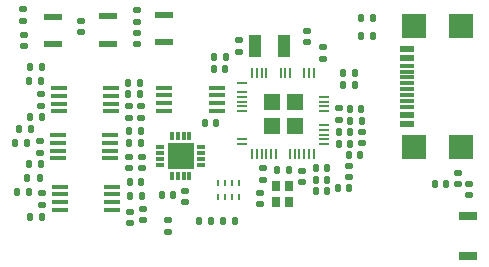
<source format=gtp>
%TF.GenerationSoftware,KiCad,Pcbnew,9.0.3*%
%TF.CreationDate,2026-02-10T01:55:30-05:00*%
%TF.ProjectId,WSG_2.0,5753475f-322e-4302-9e6b-696361645f70,rev?*%
%TF.SameCoordinates,Original*%
%TF.FileFunction,Paste,Top*%
%TF.FilePolarity,Positive*%
%FSLAX46Y46*%
G04 Gerber Fmt 4.6, Leading zero omitted, Abs format (unit mm)*
G04 Created by KiCad (PCBNEW 9.0.3) date 2026-02-10 01:55:30*
%MOMM*%
%LPD*%
G01*
G04 APERTURE LIST*
G04 Aperture macros list*
%AMRoundRect*
0 Rectangle with rounded corners*
0 $1 Rounding radius*
0 $2 $3 $4 $5 $6 $7 $8 $9 X,Y pos of 4 corners*
0 Add a 4 corners polygon primitive as box body*
4,1,4,$2,$3,$4,$5,$6,$7,$8,$9,$2,$3,0*
0 Add four circle primitives for the rounded corners*
1,1,$1+$1,$2,$3*
1,1,$1+$1,$4,$5*
1,1,$1+$1,$6,$7*
1,1,$1+$1,$8,$9*
0 Add four rect primitives between the rounded corners*
20,1,$1+$1,$2,$3,$4,$5,0*
20,1,$1+$1,$4,$5,$6,$7,0*
20,1,$1+$1,$6,$7,$8,$9,0*
20,1,$1+$1,$8,$9,$2,$3,0*%
G04 Aperture macros list end*
%ADD10C,0.010000*%
%ADD11RoundRect,0.140000X0.170000X-0.140000X0.170000X0.140000X-0.170000X0.140000X-0.170000X-0.140000X0*%
%ADD12RoundRect,0.140000X0.140000X0.170000X-0.140000X0.170000X-0.140000X-0.170000X0.140000X-0.170000X0*%
%ADD13RoundRect,0.135000X0.135000X0.185000X-0.135000X0.185000X-0.135000X-0.185000X0.135000X-0.185000X0*%
%ADD14R,2.006600X2.159000*%
%ADD15R,1.143000X0.609600*%
%ADD16R,1.143000X0.304800*%
%ADD17RoundRect,0.135000X0.185000X-0.135000X0.185000X0.135000X-0.185000X0.135000X-0.185000X-0.135000X0*%
%ADD18RoundRect,0.140000X-0.140000X-0.170000X0.140000X-0.170000X0.140000X0.170000X-0.140000X0.170000X0*%
%ADD19RoundRect,0.147500X0.172500X-0.147500X0.172500X0.147500X-0.172500X0.147500X-0.172500X-0.147500X0*%
%ADD20R,1.600000X0.800000*%
%ADD21R,1.100000X1.900000*%
%ADD22RoundRect,0.135000X-0.135000X-0.185000X0.135000X-0.185000X0.135000X0.185000X-0.135000X0.185000X0*%
%ADD23RoundRect,0.140000X-0.170000X0.140000X-0.170000X-0.140000X0.170000X-0.140000X0.170000X0.140000X0*%
%ADD24R,1.650000X0.500000*%
%ADD25RoundRect,0.027500X0.377500X0.082500X-0.377500X0.082500X-0.377500X-0.082500X0.377500X-0.082500X0*%
%ADD26RoundRect,0.027500X0.082500X0.377500X-0.082500X0.377500X-0.082500X-0.377500X0.082500X-0.377500X0*%
%ADD27R,0.260000X0.530000*%
%ADD28RoundRect,0.135000X-0.185000X0.135000X-0.185000X-0.135000X0.185000X-0.135000X0.185000X0.135000X0*%
%ADD29R,0.750000X0.850000*%
%ADD30R,1.450000X0.450000*%
%ADD31RoundRect,0.147500X0.147500X0.172500X-0.147500X0.172500X-0.147500X-0.172500X0.147500X-0.172500X0*%
%ADD32RoundRect,0.147500X-0.172500X0.147500X-0.172500X-0.147500X0.172500X-0.147500X0.172500X0.147500X0*%
%ADD33R,1.400000X0.450000*%
%ADD34R,0.300000X0.800000*%
%ADD35R,0.800000X0.300000*%
%ADD36R,2.240000X2.240000*%
G04 APERTURE END LIST*
D10*
%TO.C,IC10*%
X128590000Y-88680000D02*
X127330000Y-88680000D01*
X127330000Y-87420000D01*
X128590000Y-87420000D01*
X128590000Y-88680000D01*
G36*
X128590000Y-88680000D02*
G01*
X127330000Y-88680000D01*
X127330000Y-87420000D01*
X128590000Y-87420000D01*
X128590000Y-88680000D01*
G37*
X128590000Y-90680000D02*
X127330000Y-90680000D01*
X127330000Y-89420000D01*
X128590000Y-89420000D01*
X128590000Y-90680000D01*
G36*
X128590000Y-90680000D02*
G01*
X127330000Y-90680000D01*
X127330000Y-89420000D01*
X128590000Y-89420000D01*
X128590000Y-90680000D01*
G37*
X130590000Y-88680000D02*
X129330000Y-88680000D01*
X129330000Y-87420000D01*
X130590000Y-87420000D01*
X130590000Y-88680000D01*
G36*
X130590000Y-88680000D02*
G01*
X129330000Y-88680000D01*
X129330000Y-87420000D01*
X130590000Y-87420000D01*
X130590000Y-88680000D01*
G37*
X130590000Y-90680000D02*
X129330000Y-90680000D01*
X129330000Y-89420000D01*
X130590000Y-89420000D01*
X130590000Y-90680000D01*
G36*
X130590000Y-90680000D02*
G01*
X129330000Y-90680000D01*
X129330000Y-89420000D01*
X130590000Y-89420000D01*
X130590000Y-90680000D01*
G37*
%TD*%
D11*
%TO.C,C55*%
X135670000Y-91580000D03*
X135670000Y-90620000D03*
%TD*%
D12*
%TO.C,C6*%
X134580000Y-95350000D03*
X133620000Y-95350000D03*
%TD*%
D13*
%TO.C,R5*%
X108542800Y-97834999D03*
X107522800Y-97834999D03*
%TD*%
D14*
%TO.C,J1*%
X140075000Y-91860000D03*
X140075000Y-81640000D03*
X144005000Y-91860000D03*
X144005000Y-81640000D03*
D15*
X139500000Y-89950001D03*
X139500000Y-89150000D03*
D16*
X139500000Y-88000000D03*
X139500000Y-87000000D03*
X139500000Y-86500000D03*
X139500000Y-85500000D03*
D15*
X139500000Y-84350000D03*
X139500000Y-83550001D03*
D16*
X139500000Y-85000001D03*
X139500000Y-85999999D03*
X139500000Y-87500001D03*
X139500000Y-88499999D03*
%TD*%
D17*
%TO.C,R100*%
X133690000Y-89620000D03*
X133690000Y-88600000D03*
%TD*%
D18*
%TO.C,C57*%
X131720000Y-95600000D03*
X132680000Y-95600000D03*
%TD*%
D19*
%TO.C,L4*%
X144690000Y-95990000D03*
X144690000Y-95020000D03*
%TD*%
D20*
%TO.C,AE1*%
X144660000Y-97710000D03*
X144660000Y-101110000D03*
%TD*%
D12*
%TO.C,C17*%
X116902800Y-90499999D03*
X115942800Y-90499999D03*
%TD*%
D18*
%TO.C,C24*%
X118717800Y-95919999D03*
X119677800Y-95919999D03*
%TD*%
D13*
%TO.C,R2*%
X135060000Y-86640000D03*
X134040000Y-86640000D03*
%TD*%
D12*
%TO.C,C48*%
X129460000Y-93800000D03*
X128500000Y-93800000D03*
%TD*%
D21*
%TO.C,Y2*%
X126560000Y-83340000D03*
X129060000Y-83340000D03*
%TD*%
D22*
%TO.C,R21*%
X115962800Y-91569999D03*
X116982800Y-91569999D03*
%TD*%
D12*
%TO.C,C8*%
X124070000Y-85270000D03*
X123110000Y-85270000D03*
%TD*%
D23*
%TO.C,C49*%
X130960000Y-82030000D03*
X130960000Y-82990000D03*
%TD*%
%TO.C,C10*%
X127270000Y-93690000D03*
X127270000Y-94650000D03*
%TD*%
%TO.C,C7*%
X107030000Y-82410000D03*
X107030000Y-83370000D03*
%TD*%
D12*
%TO.C,C19*%
X116840000Y-86480000D03*
X115880000Y-86480000D03*
%TD*%
D24*
%TO.C,SW4*%
X114190000Y-80830000D03*
X114190000Y-83130000D03*
%TD*%
D18*
%TO.C,C53*%
X134650000Y-88660000D03*
X135610000Y-88660000D03*
%TD*%
%TO.C,C58*%
X131720000Y-94644999D03*
X132680000Y-94644999D03*
%TD*%
%TO.C,C5*%
X134540000Y-92570000D03*
X135500000Y-92570000D03*
%TD*%
D22*
%TO.C,R16*%
X107522800Y-85119999D03*
X108542800Y-85119999D03*
%TD*%
D25*
%TO.C,IC10*%
X132405000Y-91650000D03*
X132405000Y-91250000D03*
X132405000Y-90850000D03*
X132405000Y-90450000D03*
X132405000Y-90050000D03*
X132405000Y-88850000D03*
X132405000Y-88450000D03*
X132405000Y-88050000D03*
X132405000Y-87650000D03*
D26*
X131560000Y-85605000D03*
X131160000Y-85605000D03*
X130760000Y-85605000D03*
X129560000Y-85605000D03*
X129160000Y-85605000D03*
X128760000Y-85605000D03*
X127560000Y-85605000D03*
X127160000Y-85605000D03*
X126760000Y-85605000D03*
X126360000Y-85605000D03*
D25*
X125515000Y-86450000D03*
X125515000Y-87250000D03*
X125515000Y-87650000D03*
X125515000Y-88050000D03*
X125515000Y-88450000D03*
X125515000Y-88850000D03*
X125515000Y-91250000D03*
X125515000Y-91650000D03*
D26*
X126360000Y-92495000D03*
X126760000Y-92495000D03*
X127160000Y-92495000D03*
X127560000Y-92495000D03*
X127960000Y-92495000D03*
X128360000Y-92495000D03*
X129560000Y-92495000D03*
X129960000Y-92495000D03*
X130360000Y-92495000D03*
X130760000Y-92495000D03*
X131160000Y-92495000D03*
X131560000Y-92495000D03*
%TD*%
D11*
%TO.C,C50*%
X125280000Y-83820000D03*
X125280000Y-82860000D03*
%TD*%
D27*
%TO.C,PS3*%
X125262800Y-94899999D03*
X124662800Y-94899999D03*
X124062800Y-94899999D03*
X123462800Y-94899999D03*
X123462800Y-96099999D03*
X124062800Y-96099999D03*
X124662800Y-96099999D03*
X125262800Y-96099999D03*
%TD*%
D13*
%TO.C,R8*%
X136580000Y-82480000D03*
X135560000Y-82480000D03*
%TD*%
D11*
%TO.C,C12*%
X127060000Y-96750000D03*
X127060000Y-95790000D03*
%TD*%
D28*
%TO.C,R1*%
X108532800Y-95784999D03*
X108532800Y-96804999D03*
%TD*%
D23*
%TO.C,C20*%
X115892800Y-88439999D03*
X115892800Y-89399999D03*
%TD*%
D13*
%TO.C,R9*%
X136570000Y-80930000D03*
X135550000Y-80930000D03*
%TD*%
D29*
%TO.C,Y1*%
X129445000Y-96525000D03*
X129445000Y-95175000D03*
X128395000Y-95175000D03*
X128395000Y-96525000D03*
%TD*%
D28*
%TO.C,R19*%
X108472800Y-87379999D03*
X108472800Y-88399999D03*
%TD*%
D22*
%TO.C,R13*%
X106612800Y-90399999D03*
X107632800Y-90399999D03*
%TD*%
D30*
%TO.C,U4*%
X123357800Y-88824999D03*
X123357800Y-88174999D03*
X123357800Y-87524999D03*
X123357800Y-86874999D03*
X118907800Y-86874999D03*
X118907800Y-87524999D03*
X118907800Y-88174999D03*
X118907800Y-88824999D03*
%TD*%
D18*
%TO.C,C56*%
X133710000Y-91640000D03*
X134670000Y-91640000D03*
%TD*%
%TO.C,C31*%
X122372800Y-89829999D03*
X123332800Y-89829999D03*
%TD*%
D24*
%TO.C,SW3*%
X118900000Y-80700000D03*
X118900000Y-83000000D03*
%TD*%
D18*
%TO.C,C54*%
X134680000Y-89650000D03*
X135640000Y-89650000D03*
%TD*%
D31*
%TO.C,L5*%
X134665000Y-90610000D03*
X133695000Y-90610000D03*
%TD*%
D13*
%TO.C,R28*%
X135040000Y-85660000D03*
X134020000Y-85660000D03*
%TD*%
D12*
%TO.C,C9*%
X124100000Y-84230000D03*
X123140000Y-84230000D03*
%TD*%
D19*
%TO.C,L2*%
X134560000Y-94460000D03*
X134560000Y-93490000D03*
%TD*%
D23*
%TO.C,C21*%
X117142800Y-97114999D03*
X117142800Y-98074999D03*
%TD*%
D32*
%TO.C,L3*%
X143750000Y-94055000D03*
X143750000Y-95025000D03*
%TD*%
D28*
%TO.C,R18*%
X108372800Y-91359999D03*
X108372800Y-92379999D03*
%TD*%
D23*
%TO.C,C22*%
X117022800Y-92699999D03*
X117022800Y-93659999D03*
%TD*%
D13*
%TO.C,R15*%
X108602800Y-89349999D03*
X107582800Y-89349999D03*
%TD*%
D33*
%TO.C,IC6*%
X110002800Y-86909999D03*
X110002800Y-87559999D03*
X110002800Y-88209999D03*
X110002800Y-88859999D03*
X114402800Y-88859999D03*
X114402800Y-88209999D03*
X114402800Y-87559999D03*
X114402800Y-86909999D03*
%TD*%
D11*
%TO.C,C25*%
X120672800Y-96559999D03*
X120672800Y-95599999D03*
%TD*%
D23*
%TO.C,C11*%
X119270000Y-98100000D03*
X119270000Y-99060000D03*
%TD*%
%TO.C,C47*%
X130600000Y-93920000D03*
X130600000Y-94880000D03*
%TD*%
D22*
%TO.C,R22*%
X115852800Y-87419999D03*
X116872800Y-87419999D03*
%TD*%
D33*
%TO.C,IC2*%
X110062800Y-95244999D03*
X110062800Y-95894999D03*
X110062800Y-96544999D03*
X110062800Y-97194999D03*
X114462800Y-97194999D03*
X114462800Y-96544999D03*
X114462800Y-95894999D03*
X114462800Y-95244999D03*
%TD*%
D13*
%TO.C,R17*%
X108512800Y-86319999D03*
X107492800Y-86319999D03*
%TD*%
%TO.C,R10*%
X107472800Y-95674999D03*
X106452800Y-95674999D03*
%TD*%
%TO.C,R14*%
X107282800Y-91559999D03*
X106262800Y-91559999D03*
%TD*%
D33*
%TO.C,IC4*%
X109952800Y-90909999D03*
X109952800Y-91559999D03*
X109952800Y-92209999D03*
X109952800Y-92859999D03*
X114352800Y-92859999D03*
X114352800Y-92209999D03*
X114352800Y-91559999D03*
X114352800Y-90909999D03*
%TD*%
D23*
%TO.C,C23*%
X116942800Y-88439999D03*
X116942800Y-89399999D03*
%TD*%
D22*
%TO.C,R11*%
X107332800Y-94554999D03*
X108352800Y-94554999D03*
%TD*%
%TO.C,R23*%
X123922800Y-98159999D03*
X124942800Y-98159999D03*
%TD*%
D17*
%TO.C,R26*%
X116580000Y-81340000D03*
X116580000Y-80320000D03*
%TD*%
D23*
%TO.C,C18*%
X115932800Y-92699999D03*
X115932800Y-93659999D03*
%TD*%
D24*
%TO.C,SW1*%
X109490000Y-80890000D03*
X109490000Y-83190000D03*
%TD*%
D12*
%TO.C,C1*%
X142770000Y-94990000D03*
X141810000Y-94990000D03*
%TD*%
D34*
%TO.C,U7*%
X121042800Y-90939999D03*
X120542800Y-90939999D03*
X120042800Y-90939999D03*
X119542800Y-90939999D03*
D35*
X118592800Y-91889999D03*
X118592800Y-92389999D03*
X118592800Y-92889999D03*
X118592800Y-93389999D03*
D34*
X119542800Y-94339999D03*
X120042800Y-94339999D03*
X120542800Y-94339999D03*
X121042800Y-94339999D03*
D35*
X121992800Y-93389999D03*
X121992800Y-92889999D03*
X121992800Y-92389999D03*
X121992800Y-91889999D03*
D36*
X120292800Y-92639999D03*
%TD*%
D22*
%TO.C,R20*%
X116042800Y-96004999D03*
X117062800Y-96004999D03*
%TD*%
D18*
%TO.C,C59*%
X131720000Y-93654999D03*
X132680000Y-93654999D03*
%TD*%
D23*
%TO.C,C16*%
X116042800Y-97404999D03*
X116042800Y-98364999D03*
%TD*%
D12*
%TO.C,C15*%
X116942800Y-94874999D03*
X115982800Y-94874999D03*
%TD*%
D23*
%TO.C,C3*%
X116590000Y-82230000D03*
X116590000Y-83190000D03*
%TD*%
D22*
%TO.C,R24*%
X121852800Y-98139999D03*
X122872800Y-98139999D03*
%TD*%
D13*
%TO.C,R12*%
X108452800Y-93359999D03*
X107432800Y-93359999D03*
%TD*%
D11*
%TO.C,C60*%
X132362800Y-84404999D03*
X132362800Y-83444999D03*
%TD*%
D17*
%TO.C,R27*%
X106990000Y-81250000D03*
X106990000Y-80230000D03*
%TD*%
D23*
%TO.C,C4*%
X111860000Y-81190000D03*
X111860000Y-82150000D03*
%TD*%
M02*

</source>
